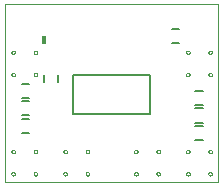
<source format=gbo>
G75*
%MOIN*%
%OFA0B0*%
%FSLAX25Y25*%
%IPPOS*%
%LPD*%
%AMOC8*
5,1,8,0,0,1.08239X$1,22.5*
%
%ADD10C,0.00000*%
%ADD11C,0.00600*%
%ADD12R,0.01600X0.02800*%
%ADD13C,0.00800*%
D10*
X0002452Y0002452D02*
X0002452Y0061507D01*
X0073318Y0061507D01*
X0073318Y0002452D01*
X0002452Y0002452D01*
X0004459Y0005050D02*
X0004461Y0005098D01*
X0004467Y0005146D01*
X0004477Y0005193D01*
X0004490Y0005239D01*
X0004508Y0005284D01*
X0004528Y0005328D01*
X0004553Y0005370D01*
X0004581Y0005409D01*
X0004611Y0005446D01*
X0004645Y0005480D01*
X0004682Y0005512D01*
X0004720Y0005541D01*
X0004761Y0005566D01*
X0004804Y0005588D01*
X0004849Y0005606D01*
X0004895Y0005620D01*
X0004942Y0005631D01*
X0004990Y0005638D01*
X0005038Y0005641D01*
X0005086Y0005640D01*
X0005134Y0005635D01*
X0005182Y0005626D01*
X0005228Y0005614D01*
X0005273Y0005597D01*
X0005317Y0005577D01*
X0005359Y0005554D01*
X0005399Y0005527D01*
X0005437Y0005497D01*
X0005472Y0005464D01*
X0005504Y0005428D01*
X0005534Y0005390D01*
X0005560Y0005349D01*
X0005582Y0005306D01*
X0005602Y0005262D01*
X0005617Y0005217D01*
X0005629Y0005170D01*
X0005637Y0005122D01*
X0005641Y0005074D01*
X0005641Y0005026D01*
X0005637Y0004978D01*
X0005629Y0004930D01*
X0005617Y0004883D01*
X0005602Y0004838D01*
X0005582Y0004794D01*
X0005560Y0004751D01*
X0005534Y0004710D01*
X0005504Y0004672D01*
X0005472Y0004636D01*
X0005437Y0004603D01*
X0005399Y0004573D01*
X0005359Y0004546D01*
X0005317Y0004523D01*
X0005273Y0004503D01*
X0005228Y0004486D01*
X0005182Y0004474D01*
X0005134Y0004465D01*
X0005086Y0004460D01*
X0005038Y0004459D01*
X0004990Y0004462D01*
X0004942Y0004469D01*
X0004895Y0004480D01*
X0004849Y0004494D01*
X0004804Y0004512D01*
X0004761Y0004534D01*
X0004720Y0004559D01*
X0004682Y0004588D01*
X0004645Y0004620D01*
X0004611Y0004654D01*
X0004581Y0004691D01*
X0004553Y0004730D01*
X0004528Y0004772D01*
X0004508Y0004816D01*
X0004490Y0004861D01*
X0004477Y0004907D01*
X0004467Y0004954D01*
X0004461Y0005002D01*
X0004459Y0005050D01*
X0004459Y0012452D02*
X0004461Y0012500D01*
X0004467Y0012548D01*
X0004477Y0012595D01*
X0004490Y0012641D01*
X0004508Y0012686D01*
X0004528Y0012730D01*
X0004553Y0012772D01*
X0004581Y0012811D01*
X0004611Y0012848D01*
X0004645Y0012882D01*
X0004682Y0012914D01*
X0004720Y0012943D01*
X0004761Y0012968D01*
X0004804Y0012990D01*
X0004849Y0013008D01*
X0004895Y0013022D01*
X0004942Y0013033D01*
X0004990Y0013040D01*
X0005038Y0013043D01*
X0005086Y0013042D01*
X0005134Y0013037D01*
X0005182Y0013028D01*
X0005228Y0013016D01*
X0005273Y0012999D01*
X0005317Y0012979D01*
X0005359Y0012956D01*
X0005399Y0012929D01*
X0005437Y0012899D01*
X0005472Y0012866D01*
X0005504Y0012830D01*
X0005534Y0012792D01*
X0005560Y0012751D01*
X0005582Y0012708D01*
X0005602Y0012664D01*
X0005617Y0012619D01*
X0005629Y0012572D01*
X0005637Y0012524D01*
X0005641Y0012476D01*
X0005641Y0012428D01*
X0005637Y0012380D01*
X0005629Y0012332D01*
X0005617Y0012285D01*
X0005602Y0012240D01*
X0005582Y0012196D01*
X0005560Y0012153D01*
X0005534Y0012112D01*
X0005504Y0012074D01*
X0005472Y0012038D01*
X0005437Y0012005D01*
X0005399Y0011975D01*
X0005359Y0011948D01*
X0005317Y0011925D01*
X0005273Y0011905D01*
X0005228Y0011888D01*
X0005182Y0011876D01*
X0005134Y0011867D01*
X0005086Y0011862D01*
X0005038Y0011861D01*
X0004990Y0011864D01*
X0004942Y0011871D01*
X0004895Y0011882D01*
X0004849Y0011896D01*
X0004804Y0011914D01*
X0004761Y0011936D01*
X0004720Y0011961D01*
X0004682Y0011990D01*
X0004645Y0012022D01*
X0004611Y0012056D01*
X0004581Y0012093D01*
X0004553Y0012132D01*
X0004528Y0012174D01*
X0004508Y0012218D01*
X0004490Y0012263D01*
X0004477Y0012309D01*
X0004467Y0012356D01*
X0004461Y0012404D01*
X0004459Y0012452D01*
X0011861Y0012452D02*
X0011863Y0012500D01*
X0011869Y0012548D01*
X0011879Y0012595D01*
X0011892Y0012641D01*
X0011910Y0012686D01*
X0011930Y0012730D01*
X0011955Y0012772D01*
X0011983Y0012811D01*
X0012013Y0012848D01*
X0012047Y0012882D01*
X0012084Y0012914D01*
X0012122Y0012943D01*
X0012163Y0012968D01*
X0012206Y0012990D01*
X0012251Y0013008D01*
X0012297Y0013022D01*
X0012344Y0013033D01*
X0012392Y0013040D01*
X0012440Y0013043D01*
X0012488Y0013042D01*
X0012536Y0013037D01*
X0012584Y0013028D01*
X0012630Y0013016D01*
X0012675Y0012999D01*
X0012719Y0012979D01*
X0012761Y0012956D01*
X0012801Y0012929D01*
X0012839Y0012899D01*
X0012874Y0012866D01*
X0012906Y0012830D01*
X0012936Y0012792D01*
X0012962Y0012751D01*
X0012984Y0012708D01*
X0013004Y0012664D01*
X0013019Y0012619D01*
X0013031Y0012572D01*
X0013039Y0012524D01*
X0013043Y0012476D01*
X0013043Y0012428D01*
X0013039Y0012380D01*
X0013031Y0012332D01*
X0013019Y0012285D01*
X0013004Y0012240D01*
X0012984Y0012196D01*
X0012962Y0012153D01*
X0012936Y0012112D01*
X0012906Y0012074D01*
X0012874Y0012038D01*
X0012839Y0012005D01*
X0012801Y0011975D01*
X0012761Y0011948D01*
X0012719Y0011925D01*
X0012675Y0011905D01*
X0012630Y0011888D01*
X0012584Y0011876D01*
X0012536Y0011867D01*
X0012488Y0011862D01*
X0012440Y0011861D01*
X0012392Y0011864D01*
X0012344Y0011871D01*
X0012297Y0011882D01*
X0012251Y0011896D01*
X0012206Y0011914D01*
X0012163Y0011936D01*
X0012122Y0011961D01*
X0012084Y0011990D01*
X0012047Y0012022D01*
X0012013Y0012056D01*
X0011983Y0012093D01*
X0011955Y0012132D01*
X0011930Y0012174D01*
X0011910Y0012218D01*
X0011892Y0012263D01*
X0011879Y0012309D01*
X0011869Y0012356D01*
X0011863Y0012404D01*
X0011861Y0012452D01*
X0011861Y0005050D02*
X0011863Y0005098D01*
X0011869Y0005146D01*
X0011879Y0005193D01*
X0011892Y0005239D01*
X0011910Y0005284D01*
X0011930Y0005328D01*
X0011955Y0005370D01*
X0011983Y0005409D01*
X0012013Y0005446D01*
X0012047Y0005480D01*
X0012084Y0005512D01*
X0012122Y0005541D01*
X0012163Y0005566D01*
X0012206Y0005588D01*
X0012251Y0005606D01*
X0012297Y0005620D01*
X0012344Y0005631D01*
X0012392Y0005638D01*
X0012440Y0005641D01*
X0012488Y0005640D01*
X0012536Y0005635D01*
X0012584Y0005626D01*
X0012630Y0005614D01*
X0012675Y0005597D01*
X0012719Y0005577D01*
X0012761Y0005554D01*
X0012801Y0005527D01*
X0012839Y0005497D01*
X0012874Y0005464D01*
X0012906Y0005428D01*
X0012936Y0005390D01*
X0012962Y0005349D01*
X0012984Y0005306D01*
X0013004Y0005262D01*
X0013019Y0005217D01*
X0013031Y0005170D01*
X0013039Y0005122D01*
X0013043Y0005074D01*
X0013043Y0005026D01*
X0013039Y0004978D01*
X0013031Y0004930D01*
X0013019Y0004883D01*
X0013004Y0004838D01*
X0012984Y0004794D01*
X0012962Y0004751D01*
X0012936Y0004710D01*
X0012906Y0004672D01*
X0012874Y0004636D01*
X0012839Y0004603D01*
X0012801Y0004573D01*
X0012761Y0004546D01*
X0012719Y0004523D01*
X0012675Y0004503D01*
X0012630Y0004486D01*
X0012584Y0004474D01*
X0012536Y0004465D01*
X0012488Y0004460D01*
X0012440Y0004459D01*
X0012392Y0004462D01*
X0012344Y0004469D01*
X0012297Y0004480D01*
X0012251Y0004494D01*
X0012206Y0004512D01*
X0012163Y0004534D01*
X0012122Y0004559D01*
X0012084Y0004588D01*
X0012047Y0004620D01*
X0012013Y0004654D01*
X0011983Y0004691D01*
X0011955Y0004730D01*
X0011930Y0004772D01*
X0011910Y0004816D01*
X0011892Y0004861D01*
X0011879Y0004907D01*
X0011869Y0004954D01*
X0011863Y0005002D01*
X0011861Y0005050D01*
X0021782Y0005050D02*
X0021784Y0005098D01*
X0021790Y0005146D01*
X0021800Y0005193D01*
X0021813Y0005239D01*
X0021831Y0005284D01*
X0021851Y0005328D01*
X0021876Y0005370D01*
X0021904Y0005409D01*
X0021934Y0005446D01*
X0021968Y0005480D01*
X0022005Y0005512D01*
X0022043Y0005541D01*
X0022084Y0005566D01*
X0022127Y0005588D01*
X0022172Y0005606D01*
X0022218Y0005620D01*
X0022265Y0005631D01*
X0022313Y0005638D01*
X0022361Y0005641D01*
X0022409Y0005640D01*
X0022457Y0005635D01*
X0022505Y0005626D01*
X0022551Y0005614D01*
X0022596Y0005597D01*
X0022640Y0005577D01*
X0022682Y0005554D01*
X0022722Y0005527D01*
X0022760Y0005497D01*
X0022795Y0005464D01*
X0022827Y0005428D01*
X0022857Y0005390D01*
X0022883Y0005349D01*
X0022905Y0005306D01*
X0022925Y0005262D01*
X0022940Y0005217D01*
X0022952Y0005170D01*
X0022960Y0005122D01*
X0022964Y0005074D01*
X0022964Y0005026D01*
X0022960Y0004978D01*
X0022952Y0004930D01*
X0022940Y0004883D01*
X0022925Y0004838D01*
X0022905Y0004794D01*
X0022883Y0004751D01*
X0022857Y0004710D01*
X0022827Y0004672D01*
X0022795Y0004636D01*
X0022760Y0004603D01*
X0022722Y0004573D01*
X0022682Y0004546D01*
X0022640Y0004523D01*
X0022596Y0004503D01*
X0022551Y0004486D01*
X0022505Y0004474D01*
X0022457Y0004465D01*
X0022409Y0004460D01*
X0022361Y0004459D01*
X0022313Y0004462D01*
X0022265Y0004469D01*
X0022218Y0004480D01*
X0022172Y0004494D01*
X0022127Y0004512D01*
X0022084Y0004534D01*
X0022043Y0004559D01*
X0022005Y0004588D01*
X0021968Y0004620D01*
X0021934Y0004654D01*
X0021904Y0004691D01*
X0021876Y0004730D01*
X0021851Y0004772D01*
X0021831Y0004816D01*
X0021813Y0004861D01*
X0021800Y0004907D01*
X0021790Y0004954D01*
X0021784Y0005002D01*
X0021782Y0005050D01*
X0029183Y0005050D02*
X0029185Y0005098D01*
X0029191Y0005146D01*
X0029201Y0005193D01*
X0029214Y0005239D01*
X0029232Y0005284D01*
X0029252Y0005328D01*
X0029277Y0005370D01*
X0029305Y0005409D01*
X0029335Y0005446D01*
X0029369Y0005480D01*
X0029406Y0005512D01*
X0029444Y0005541D01*
X0029485Y0005566D01*
X0029528Y0005588D01*
X0029573Y0005606D01*
X0029619Y0005620D01*
X0029666Y0005631D01*
X0029714Y0005638D01*
X0029762Y0005641D01*
X0029810Y0005640D01*
X0029858Y0005635D01*
X0029906Y0005626D01*
X0029952Y0005614D01*
X0029997Y0005597D01*
X0030041Y0005577D01*
X0030083Y0005554D01*
X0030123Y0005527D01*
X0030161Y0005497D01*
X0030196Y0005464D01*
X0030228Y0005428D01*
X0030258Y0005390D01*
X0030284Y0005349D01*
X0030306Y0005306D01*
X0030326Y0005262D01*
X0030341Y0005217D01*
X0030353Y0005170D01*
X0030361Y0005122D01*
X0030365Y0005074D01*
X0030365Y0005026D01*
X0030361Y0004978D01*
X0030353Y0004930D01*
X0030341Y0004883D01*
X0030326Y0004838D01*
X0030306Y0004794D01*
X0030284Y0004751D01*
X0030258Y0004710D01*
X0030228Y0004672D01*
X0030196Y0004636D01*
X0030161Y0004603D01*
X0030123Y0004573D01*
X0030083Y0004546D01*
X0030041Y0004523D01*
X0029997Y0004503D01*
X0029952Y0004486D01*
X0029906Y0004474D01*
X0029858Y0004465D01*
X0029810Y0004460D01*
X0029762Y0004459D01*
X0029714Y0004462D01*
X0029666Y0004469D01*
X0029619Y0004480D01*
X0029573Y0004494D01*
X0029528Y0004512D01*
X0029485Y0004534D01*
X0029444Y0004559D01*
X0029406Y0004588D01*
X0029369Y0004620D01*
X0029335Y0004654D01*
X0029305Y0004691D01*
X0029277Y0004730D01*
X0029252Y0004772D01*
X0029232Y0004816D01*
X0029214Y0004861D01*
X0029201Y0004907D01*
X0029191Y0004954D01*
X0029185Y0005002D01*
X0029183Y0005050D01*
X0029183Y0012452D02*
X0029185Y0012500D01*
X0029191Y0012548D01*
X0029201Y0012595D01*
X0029214Y0012641D01*
X0029232Y0012686D01*
X0029252Y0012730D01*
X0029277Y0012772D01*
X0029305Y0012811D01*
X0029335Y0012848D01*
X0029369Y0012882D01*
X0029406Y0012914D01*
X0029444Y0012943D01*
X0029485Y0012968D01*
X0029528Y0012990D01*
X0029573Y0013008D01*
X0029619Y0013022D01*
X0029666Y0013033D01*
X0029714Y0013040D01*
X0029762Y0013043D01*
X0029810Y0013042D01*
X0029858Y0013037D01*
X0029906Y0013028D01*
X0029952Y0013016D01*
X0029997Y0012999D01*
X0030041Y0012979D01*
X0030083Y0012956D01*
X0030123Y0012929D01*
X0030161Y0012899D01*
X0030196Y0012866D01*
X0030228Y0012830D01*
X0030258Y0012792D01*
X0030284Y0012751D01*
X0030306Y0012708D01*
X0030326Y0012664D01*
X0030341Y0012619D01*
X0030353Y0012572D01*
X0030361Y0012524D01*
X0030365Y0012476D01*
X0030365Y0012428D01*
X0030361Y0012380D01*
X0030353Y0012332D01*
X0030341Y0012285D01*
X0030326Y0012240D01*
X0030306Y0012196D01*
X0030284Y0012153D01*
X0030258Y0012112D01*
X0030228Y0012074D01*
X0030196Y0012038D01*
X0030161Y0012005D01*
X0030123Y0011975D01*
X0030083Y0011948D01*
X0030041Y0011925D01*
X0029997Y0011905D01*
X0029952Y0011888D01*
X0029906Y0011876D01*
X0029858Y0011867D01*
X0029810Y0011862D01*
X0029762Y0011861D01*
X0029714Y0011864D01*
X0029666Y0011871D01*
X0029619Y0011882D01*
X0029573Y0011896D01*
X0029528Y0011914D01*
X0029485Y0011936D01*
X0029444Y0011961D01*
X0029406Y0011990D01*
X0029369Y0012022D01*
X0029335Y0012056D01*
X0029305Y0012093D01*
X0029277Y0012132D01*
X0029252Y0012174D01*
X0029232Y0012218D01*
X0029214Y0012263D01*
X0029201Y0012309D01*
X0029191Y0012356D01*
X0029185Y0012404D01*
X0029183Y0012452D01*
X0021782Y0012452D02*
X0021784Y0012500D01*
X0021790Y0012548D01*
X0021800Y0012595D01*
X0021813Y0012641D01*
X0021831Y0012686D01*
X0021851Y0012730D01*
X0021876Y0012772D01*
X0021904Y0012811D01*
X0021934Y0012848D01*
X0021968Y0012882D01*
X0022005Y0012914D01*
X0022043Y0012943D01*
X0022084Y0012968D01*
X0022127Y0012990D01*
X0022172Y0013008D01*
X0022218Y0013022D01*
X0022265Y0013033D01*
X0022313Y0013040D01*
X0022361Y0013043D01*
X0022409Y0013042D01*
X0022457Y0013037D01*
X0022505Y0013028D01*
X0022551Y0013016D01*
X0022596Y0012999D01*
X0022640Y0012979D01*
X0022682Y0012956D01*
X0022722Y0012929D01*
X0022760Y0012899D01*
X0022795Y0012866D01*
X0022827Y0012830D01*
X0022857Y0012792D01*
X0022883Y0012751D01*
X0022905Y0012708D01*
X0022925Y0012664D01*
X0022940Y0012619D01*
X0022952Y0012572D01*
X0022960Y0012524D01*
X0022964Y0012476D01*
X0022964Y0012428D01*
X0022960Y0012380D01*
X0022952Y0012332D01*
X0022940Y0012285D01*
X0022925Y0012240D01*
X0022905Y0012196D01*
X0022883Y0012153D01*
X0022857Y0012112D01*
X0022827Y0012074D01*
X0022795Y0012038D01*
X0022760Y0012005D01*
X0022722Y0011975D01*
X0022682Y0011948D01*
X0022640Y0011925D01*
X0022596Y0011905D01*
X0022551Y0011888D01*
X0022505Y0011876D01*
X0022457Y0011867D01*
X0022409Y0011862D01*
X0022361Y0011861D01*
X0022313Y0011864D01*
X0022265Y0011871D01*
X0022218Y0011882D01*
X0022172Y0011896D01*
X0022127Y0011914D01*
X0022084Y0011936D01*
X0022043Y0011961D01*
X0022005Y0011990D01*
X0021968Y0012022D01*
X0021934Y0012056D01*
X0021904Y0012093D01*
X0021876Y0012132D01*
X0021851Y0012174D01*
X0021831Y0012218D01*
X0021813Y0012263D01*
X0021800Y0012309D01*
X0021790Y0012356D01*
X0021784Y0012404D01*
X0021782Y0012452D01*
X0045404Y0012452D02*
X0045406Y0012500D01*
X0045412Y0012548D01*
X0045422Y0012595D01*
X0045435Y0012641D01*
X0045453Y0012686D01*
X0045473Y0012730D01*
X0045498Y0012772D01*
X0045526Y0012811D01*
X0045556Y0012848D01*
X0045590Y0012882D01*
X0045627Y0012914D01*
X0045665Y0012943D01*
X0045706Y0012968D01*
X0045749Y0012990D01*
X0045794Y0013008D01*
X0045840Y0013022D01*
X0045887Y0013033D01*
X0045935Y0013040D01*
X0045983Y0013043D01*
X0046031Y0013042D01*
X0046079Y0013037D01*
X0046127Y0013028D01*
X0046173Y0013016D01*
X0046218Y0012999D01*
X0046262Y0012979D01*
X0046304Y0012956D01*
X0046344Y0012929D01*
X0046382Y0012899D01*
X0046417Y0012866D01*
X0046449Y0012830D01*
X0046479Y0012792D01*
X0046505Y0012751D01*
X0046527Y0012708D01*
X0046547Y0012664D01*
X0046562Y0012619D01*
X0046574Y0012572D01*
X0046582Y0012524D01*
X0046586Y0012476D01*
X0046586Y0012428D01*
X0046582Y0012380D01*
X0046574Y0012332D01*
X0046562Y0012285D01*
X0046547Y0012240D01*
X0046527Y0012196D01*
X0046505Y0012153D01*
X0046479Y0012112D01*
X0046449Y0012074D01*
X0046417Y0012038D01*
X0046382Y0012005D01*
X0046344Y0011975D01*
X0046304Y0011948D01*
X0046262Y0011925D01*
X0046218Y0011905D01*
X0046173Y0011888D01*
X0046127Y0011876D01*
X0046079Y0011867D01*
X0046031Y0011862D01*
X0045983Y0011861D01*
X0045935Y0011864D01*
X0045887Y0011871D01*
X0045840Y0011882D01*
X0045794Y0011896D01*
X0045749Y0011914D01*
X0045706Y0011936D01*
X0045665Y0011961D01*
X0045627Y0011990D01*
X0045590Y0012022D01*
X0045556Y0012056D01*
X0045526Y0012093D01*
X0045498Y0012132D01*
X0045473Y0012174D01*
X0045453Y0012218D01*
X0045435Y0012263D01*
X0045422Y0012309D01*
X0045412Y0012356D01*
X0045406Y0012404D01*
X0045404Y0012452D01*
X0052805Y0012452D02*
X0052807Y0012500D01*
X0052813Y0012548D01*
X0052823Y0012595D01*
X0052836Y0012641D01*
X0052854Y0012686D01*
X0052874Y0012730D01*
X0052899Y0012772D01*
X0052927Y0012811D01*
X0052957Y0012848D01*
X0052991Y0012882D01*
X0053028Y0012914D01*
X0053066Y0012943D01*
X0053107Y0012968D01*
X0053150Y0012990D01*
X0053195Y0013008D01*
X0053241Y0013022D01*
X0053288Y0013033D01*
X0053336Y0013040D01*
X0053384Y0013043D01*
X0053432Y0013042D01*
X0053480Y0013037D01*
X0053528Y0013028D01*
X0053574Y0013016D01*
X0053619Y0012999D01*
X0053663Y0012979D01*
X0053705Y0012956D01*
X0053745Y0012929D01*
X0053783Y0012899D01*
X0053818Y0012866D01*
X0053850Y0012830D01*
X0053880Y0012792D01*
X0053906Y0012751D01*
X0053928Y0012708D01*
X0053948Y0012664D01*
X0053963Y0012619D01*
X0053975Y0012572D01*
X0053983Y0012524D01*
X0053987Y0012476D01*
X0053987Y0012428D01*
X0053983Y0012380D01*
X0053975Y0012332D01*
X0053963Y0012285D01*
X0053948Y0012240D01*
X0053928Y0012196D01*
X0053906Y0012153D01*
X0053880Y0012112D01*
X0053850Y0012074D01*
X0053818Y0012038D01*
X0053783Y0012005D01*
X0053745Y0011975D01*
X0053705Y0011948D01*
X0053663Y0011925D01*
X0053619Y0011905D01*
X0053574Y0011888D01*
X0053528Y0011876D01*
X0053480Y0011867D01*
X0053432Y0011862D01*
X0053384Y0011861D01*
X0053336Y0011864D01*
X0053288Y0011871D01*
X0053241Y0011882D01*
X0053195Y0011896D01*
X0053150Y0011914D01*
X0053107Y0011936D01*
X0053066Y0011961D01*
X0053028Y0011990D01*
X0052991Y0012022D01*
X0052957Y0012056D01*
X0052927Y0012093D01*
X0052899Y0012132D01*
X0052874Y0012174D01*
X0052854Y0012218D01*
X0052836Y0012263D01*
X0052823Y0012309D01*
X0052813Y0012356D01*
X0052807Y0012404D01*
X0052805Y0012452D01*
X0052805Y0005050D02*
X0052807Y0005098D01*
X0052813Y0005146D01*
X0052823Y0005193D01*
X0052836Y0005239D01*
X0052854Y0005284D01*
X0052874Y0005328D01*
X0052899Y0005370D01*
X0052927Y0005409D01*
X0052957Y0005446D01*
X0052991Y0005480D01*
X0053028Y0005512D01*
X0053066Y0005541D01*
X0053107Y0005566D01*
X0053150Y0005588D01*
X0053195Y0005606D01*
X0053241Y0005620D01*
X0053288Y0005631D01*
X0053336Y0005638D01*
X0053384Y0005641D01*
X0053432Y0005640D01*
X0053480Y0005635D01*
X0053528Y0005626D01*
X0053574Y0005614D01*
X0053619Y0005597D01*
X0053663Y0005577D01*
X0053705Y0005554D01*
X0053745Y0005527D01*
X0053783Y0005497D01*
X0053818Y0005464D01*
X0053850Y0005428D01*
X0053880Y0005390D01*
X0053906Y0005349D01*
X0053928Y0005306D01*
X0053948Y0005262D01*
X0053963Y0005217D01*
X0053975Y0005170D01*
X0053983Y0005122D01*
X0053987Y0005074D01*
X0053987Y0005026D01*
X0053983Y0004978D01*
X0053975Y0004930D01*
X0053963Y0004883D01*
X0053948Y0004838D01*
X0053928Y0004794D01*
X0053906Y0004751D01*
X0053880Y0004710D01*
X0053850Y0004672D01*
X0053818Y0004636D01*
X0053783Y0004603D01*
X0053745Y0004573D01*
X0053705Y0004546D01*
X0053663Y0004523D01*
X0053619Y0004503D01*
X0053574Y0004486D01*
X0053528Y0004474D01*
X0053480Y0004465D01*
X0053432Y0004460D01*
X0053384Y0004459D01*
X0053336Y0004462D01*
X0053288Y0004469D01*
X0053241Y0004480D01*
X0053195Y0004494D01*
X0053150Y0004512D01*
X0053107Y0004534D01*
X0053066Y0004559D01*
X0053028Y0004588D01*
X0052991Y0004620D01*
X0052957Y0004654D01*
X0052927Y0004691D01*
X0052899Y0004730D01*
X0052874Y0004772D01*
X0052854Y0004816D01*
X0052836Y0004861D01*
X0052823Y0004907D01*
X0052813Y0004954D01*
X0052807Y0005002D01*
X0052805Y0005050D01*
X0045404Y0005050D02*
X0045406Y0005098D01*
X0045412Y0005146D01*
X0045422Y0005193D01*
X0045435Y0005239D01*
X0045453Y0005284D01*
X0045473Y0005328D01*
X0045498Y0005370D01*
X0045526Y0005409D01*
X0045556Y0005446D01*
X0045590Y0005480D01*
X0045627Y0005512D01*
X0045665Y0005541D01*
X0045706Y0005566D01*
X0045749Y0005588D01*
X0045794Y0005606D01*
X0045840Y0005620D01*
X0045887Y0005631D01*
X0045935Y0005638D01*
X0045983Y0005641D01*
X0046031Y0005640D01*
X0046079Y0005635D01*
X0046127Y0005626D01*
X0046173Y0005614D01*
X0046218Y0005597D01*
X0046262Y0005577D01*
X0046304Y0005554D01*
X0046344Y0005527D01*
X0046382Y0005497D01*
X0046417Y0005464D01*
X0046449Y0005428D01*
X0046479Y0005390D01*
X0046505Y0005349D01*
X0046527Y0005306D01*
X0046547Y0005262D01*
X0046562Y0005217D01*
X0046574Y0005170D01*
X0046582Y0005122D01*
X0046586Y0005074D01*
X0046586Y0005026D01*
X0046582Y0004978D01*
X0046574Y0004930D01*
X0046562Y0004883D01*
X0046547Y0004838D01*
X0046527Y0004794D01*
X0046505Y0004751D01*
X0046479Y0004710D01*
X0046449Y0004672D01*
X0046417Y0004636D01*
X0046382Y0004603D01*
X0046344Y0004573D01*
X0046304Y0004546D01*
X0046262Y0004523D01*
X0046218Y0004503D01*
X0046173Y0004486D01*
X0046127Y0004474D01*
X0046079Y0004465D01*
X0046031Y0004460D01*
X0045983Y0004459D01*
X0045935Y0004462D01*
X0045887Y0004469D01*
X0045840Y0004480D01*
X0045794Y0004494D01*
X0045749Y0004512D01*
X0045706Y0004534D01*
X0045665Y0004559D01*
X0045627Y0004588D01*
X0045590Y0004620D01*
X0045556Y0004654D01*
X0045526Y0004691D01*
X0045498Y0004730D01*
X0045473Y0004772D01*
X0045453Y0004816D01*
X0045435Y0004861D01*
X0045422Y0004907D01*
X0045412Y0004954D01*
X0045406Y0005002D01*
X0045404Y0005050D01*
X0062727Y0005050D02*
X0062729Y0005098D01*
X0062735Y0005146D01*
X0062745Y0005193D01*
X0062758Y0005239D01*
X0062776Y0005284D01*
X0062796Y0005328D01*
X0062821Y0005370D01*
X0062849Y0005409D01*
X0062879Y0005446D01*
X0062913Y0005480D01*
X0062950Y0005512D01*
X0062988Y0005541D01*
X0063029Y0005566D01*
X0063072Y0005588D01*
X0063117Y0005606D01*
X0063163Y0005620D01*
X0063210Y0005631D01*
X0063258Y0005638D01*
X0063306Y0005641D01*
X0063354Y0005640D01*
X0063402Y0005635D01*
X0063450Y0005626D01*
X0063496Y0005614D01*
X0063541Y0005597D01*
X0063585Y0005577D01*
X0063627Y0005554D01*
X0063667Y0005527D01*
X0063705Y0005497D01*
X0063740Y0005464D01*
X0063772Y0005428D01*
X0063802Y0005390D01*
X0063828Y0005349D01*
X0063850Y0005306D01*
X0063870Y0005262D01*
X0063885Y0005217D01*
X0063897Y0005170D01*
X0063905Y0005122D01*
X0063909Y0005074D01*
X0063909Y0005026D01*
X0063905Y0004978D01*
X0063897Y0004930D01*
X0063885Y0004883D01*
X0063870Y0004838D01*
X0063850Y0004794D01*
X0063828Y0004751D01*
X0063802Y0004710D01*
X0063772Y0004672D01*
X0063740Y0004636D01*
X0063705Y0004603D01*
X0063667Y0004573D01*
X0063627Y0004546D01*
X0063585Y0004523D01*
X0063541Y0004503D01*
X0063496Y0004486D01*
X0063450Y0004474D01*
X0063402Y0004465D01*
X0063354Y0004460D01*
X0063306Y0004459D01*
X0063258Y0004462D01*
X0063210Y0004469D01*
X0063163Y0004480D01*
X0063117Y0004494D01*
X0063072Y0004512D01*
X0063029Y0004534D01*
X0062988Y0004559D01*
X0062950Y0004588D01*
X0062913Y0004620D01*
X0062879Y0004654D01*
X0062849Y0004691D01*
X0062821Y0004730D01*
X0062796Y0004772D01*
X0062776Y0004816D01*
X0062758Y0004861D01*
X0062745Y0004907D01*
X0062735Y0004954D01*
X0062729Y0005002D01*
X0062727Y0005050D01*
X0062727Y0012452D02*
X0062729Y0012500D01*
X0062735Y0012548D01*
X0062745Y0012595D01*
X0062758Y0012641D01*
X0062776Y0012686D01*
X0062796Y0012730D01*
X0062821Y0012772D01*
X0062849Y0012811D01*
X0062879Y0012848D01*
X0062913Y0012882D01*
X0062950Y0012914D01*
X0062988Y0012943D01*
X0063029Y0012968D01*
X0063072Y0012990D01*
X0063117Y0013008D01*
X0063163Y0013022D01*
X0063210Y0013033D01*
X0063258Y0013040D01*
X0063306Y0013043D01*
X0063354Y0013042D01*
X0063402Y0013037D01*
X0063450Y0013028D01*
X0063496Y0013016D01*
X0063541Y0012999D01*
X0063585Y0012979D01*
X0063627Y0012956D01*
X0063667Y0012929D01*
X0063705Y0012899D01*
X0063740Y0012866D01*
X0063772Y0012830D01*
X0063802Y0012792D01*
X0063828Y0012751D01*
X0063850Y0012708D01*
X0063870Y0012664D01*
X0063885Y0012619D01*
X0063897Y0012572D01*
X0063905Y0012524D01*
X0063909Y0012476D01*
X0063909Y0012428D01*
X0063905Y0012380D01*
X0063897Y0012332D01*
X0063885Y0012285D01*
X0063870Y0012240D01*
X0063850Y0012196D01*
X0063828Y0012153D01*
X0063802Y0012112D01*
X0063772Y0012074D01*
X0063740Y0012038D01*
X0063705Y0012005D01*
X0063667Y0011975D01*
X0063627Y0011948D01*
X0063585Y0011925D01*
X0063541Y0011905D01*
X0063496Y0011888D01*
X0063450Y0011876D01*
X0063402Y0011867D01*
X0063354Y0011862D01*
X0063306Y0011861D01*
X0063258Y0011864D01*
X0063210Y0011871D01*
X0063163Y0011882D01*
X0063117Y0011896D01*
X0063072Y0011914D01*
X0063029Y0011936D01*
X0062988Y0011961D01*
X0062950Y0011990D01*
X0062913Y0012022D01*
X0062879Y0012056D01*
X0062849Y0012093D01*
X0062821Y0012132D01*
X0062796Y0012174D01*
X0062776Y0012218D01*
X0062758Y0012263D01*
X0062745Y0012309D01*
X0062735Y0012356D01*
X0062729Y0012404D01*
X0062727Y0012452D01*
X0070128Y0012452D02*
X0070130Y0012500D01*
X0070136Y0012548D01*
X0070146Y0012595D01*
X0070159Y0012641D01*
X0070177Y0012686D01*
X0070197Y0012730D01*
X0070222Y0012772D01*
X0070250Y0012811D01*
X0070280Y0012848D01*
X0070314Y0012882D01*
X0070351Y0012914D01*
X0070389Y0012943D01*
X0070430Y0012968D01*
X0070473Y0012990D01*
X0070518Y0013008D01*
X0070564Y0013022D01*
X0070611Y0013033D01*
X0070659Y0013040D01*
X0070707Y0013043D01*
X0070755Y0013042D01*
X0070803Y0013037D01*
X0070851Y0013028D01*
X0070897Y0013016D01*
X0070942Y0012999D01*
X0070986Y0012979D01*
X0071028Y0012956D01*
X0071068Y0012929D01*
X0071106Y0012899D01*
X0071141Y0012866D01*
X0071173Y0012830D01*
X0071203Y0012792D01*
X0071229Y0012751D01*
X0071251Y0012708D01*
X0071271Y0012664D01*
X0071286Y0012619D01*
X0071298Y0012572D01*
X0071306Y0012524D01*
X0071310Y0012476D01*
X0071310Y0012428D01*
X0071306Y0012380D01*
X0071298Y0012332D01*
X0071286Y0012285D01*
X0071271Y0012240D01*
X0071251Y0012196D01*
X0071229Y0012153D01*
X0071203Y0012112D01*
X0071173Y0012074D01*
X0071141Y0012038D01*
X0071106Y0012005D01*
X0071068Y0011975D01*
X0071028Y0011948D01*
X0070986Y0011925D01*
X0070942Y0011905D01*
X0070897Y0011888D01*
X0070851Y0011876D01*
X0070803Y0011867D01*
X0070755Y0011862D01*
X0070707Y0011861D01*
X0070659Y0011864D01*
X0070611Y0011871D01*
X0070564Y0011882D01*
X0070518Y0011896D01*
X0070473Y0011914D01*
X0070430Y0011936D01*
X0070389Y0011961D01*
X0070351Y0011990D01*
X0070314Y0012022D01*
X0070280Y0012056D01*
X0070250Y0012093D01*
X0070222Y0012132D01*
X0070197Y0012174D01*
X0070177Y0012218D01*
X0070159Y0012263D01*
X0070146Y0012309D01*
X0070136Y0012356D01*
X0070130Y0012404D01*
X0070128Y0012452D01*
X0070128Y0005050D02*
X0070130Y0005098D01*
X0070136Y0005146D01*
X0070146Y0005193D01*
X0070159Y0005239D01*
X0070177Y0005284D01*
X0070197Y0005328D01*
X0070222Y0005370D01*
X0070250Y0005409D01*
X0070280Y0005446D01*
X0070314Y0005480D01*
X0070351Y0005512D01*
X0070389Y0005541D01*
X0070430Y0005566D01*
X0070473Y0005588D01*
X0070518Y0005606D01*
X0070564Y0005620D01*
X0070611Y0005631D01*
X0070659Y0005638D01*
X0070707Y0005641D01*
X0070755Y0005640D01*
X0070803Y0005635D01*
X0070851Y0005626D01*
X0070897Y0005614D01*
X0070942Y0005597D01*
X0070986Y0005577D01*
X0071028Y0005554D01*
X0071068Y0005527D01*
X0071106Y0005497D01*
X0071141Y0005464D01*
X0071173Y0005428D01*
X0071203Y0005390D01*
X0071229Y0005349D01*
X0071251Y0005306D01*
X0071271Y0005262D01*
X0071286Y0005217D01*
X0071298Y0005170D01*
X0071306Y0005122D01*
X0071310Y0005074D01*
X0071310Y0005026D01*
X0071306Y0004978D01*
X0071298Y0004930D01*
X0071286Y0004883D01*
X0071271Y0004838D01*
X0071251Y0004794D01*
X0071229Y0004751D01*
X0071203Y0004710D01*
X0071173Y0004672D01*
X0071141Y0004636D01*
X0071106Y0004603D01*
X0071068Y0004573D01*
X0071028Y0004546D01*
X0070986Y0004523D01*
X0070942Y0004503D01*
X0070897Y0004486D01*
X0070851Y0004474D01*
X0070803Y0004465D01*
X0070755Y0004460D01*
X0070707Y0004459D01*
X0070659Y0004462D01*
X0070611Y0004469D01*
X0070564Y0004480D01*
X0070518Y0004494D01*
X0070473Y0004512D01*
X0070430Y0004534D01*
X0070389Y0004559D01*
X0070351Y0004588D01*
X0070314Y0004620D01*
X0070280Y0004654D01*
X0070250Y0004691D01*
X0070222Y0004730D01*
X0070197Y0004772D01*
X0070177Y0004816D01*
X0070159Y0004861D01*
X0070146Y0004907D01*
X0070136Y0004954D01*
X0070130Y0005002D01*
X0070128Y0005050D01*
X0070128Y0038121D02*
X0070130Y0038169D01*
X0070136Y0038217D01*
X0070146Y0038264D01*
X0070159Y0038310D01*
X0070177Y0038355D01*
X0070197Y0038399D01*
X0070222Y0038441D01*
X0070250Y0038480D01*
X0070280Y0038517D01*
X0070314Y0038551D01*
X0070351Y0038583D01*
X0070389Y0038612D01*
X0070430Y0038637D01*
X0070473Y0038659D01*
X0070518Y0038677D01*
X0070564Y0038691D01*
X0070611Y0038702D01*
X0070659Y0038709D01*
X0070707Y0038712D01*
X0070755Y0038711D01*
X0070803Y0038706D01*
X0070851Y0038697D01*
X0070897Y0038685D01*
X0070942Y0038668D01*
X0070986Y0038648D01*
X0071028Y0038625D01*
X0071068Y0038598D01*
X0071106Y0038568D01*
X0071141Y0038535D01*
X0071173Y0038499D01*
X0071203Y0038461D01*
X0071229Y0038420D01*
X0071251Y0038377D01*
X0071271Y0038333D01*
X0071286Y0038288D01*
X0071298Y0038241D01*
X0071306Y0038193D01*
X0071310Y0038145D01*
X0071310Y0038097D01*
X0071306Y0038049D01*
X0071298Y0038001D01*
X0071286Y0037954D01*
X0071271Y0037909D01*
X0071251Y0037865D01*
X0071229Y0037822D01*
X0071203Y0037781D01*
X0071173Y0037743D01*
X0071141Y0037707D01*
X0071106Y0037674D01*
X0071068Y0037644D01*
X0071028Y0037617D01*
X0070986Y0037594D01*
X0070942Y0037574D01*
X0070897Y0037557D01*
X0070851Y0037545D01*
X0070803Y0037536D01*
X0070755Y0037531D01*
X0070707Y0037530D01*
X0070659Y0037533D01*
X0070611Y0037540D01*
X0070564Y0037551D01*
X0070518Y0037565D01*
X0070473Y0037583D01*
X0070430Y0037605D01*
X0070389Y0037630D01*
X0070351Y0037659D01*
X0070314Y0037691D01*
X0070280Y0037725D01*
X0070250Y0037762D01*
X0070222Y0037801D01*
X0070197Y0037843D01*
X0070177Y0037887D01*
X0070159Y0037932D01*
X0070146Y0037978D01*
X0070136Y0038025D01*
X0070130Y0038073D01*
X0070128Y0038121D01*
X0062727Y0038121D02*
X0062729Y0038169D01*
X0062735Y0038217D01*
X0062745Y0038264D01*
X0062758Y0038310D01*
X0062776Y0038355D01*
X0062796Y0038399D01*
X0062821Y0038441D01*
X0062849Y0038480D01*
X0062879Y0038517D01*
X0062913Y0038551D01*
X0062950Y0038583D01*
X0062988Y0038612D01*
X0063029Y0038637D01*
X0063072Y0038659D01*
X0063117Y0038677D01*
X0063163Y0038691D01*
X0063210Y0038702D01*
X0063258Y0038709D01*
X0063306Y0038712D01*
X0063354Y0038711D01*
X0063402Y0038706D01*
X0063450Y0038697D01*
X0063496Y0038685D01*
X0063541Y0038668D01*
X0063585Y0038648D01*
X0063627Y0038625D01*
X0063667Y0038598D01*
X0063705Y0038568D01*
X0063740Y0038535D01*
X0063772Y0038499D01*
X0063802Y0038461D01*
X0063828Y0038420D01*
X0063850Y0038377D01*
X0063870Y0038333D01*
X0063885Y0038288D01*
X0063897Y0038241D01*
X0063905Y0038193D01*
X0063909Y0038145D01*
X0063909Y0038097D01*
X0063905Y0038049D01*
X0063897Y0038001D01*
X0063885Y0037954D01*
X0063870Y0037909D01*
X0063850Y0037865D01*
X0063828Y0037822D01*
X0063802Y0037781D01*
X0063772Y0037743D01*
X0063740Y0037707D01*
X0063705Y0037674D01*
X0063667Y0037644D01*
X0063627Y0037617D01*
X0063585Y0037594D01*
X0063541Y0037574D01*
X0063496Y0037557D01*
X0063450Y0037545D01*
X0063402Y0037536D01*
X0063354Y0037531D01*
X0063306Y0037530D01*
X0063258Y0037533D01*
X0063210Y0037540D01*
X0063163Y0037551D01*
X0063117Y0037565D01*
X0063072Y0037583D01*
X0063029Y0037605D01*
X0062988Y0037630D01*
X0062950Y0037659D01*
X0062913Y0037691D01*
X0062879Y0037725D01*
X0062849Y0037762D01*
X0062821Y0037801D01*
X0062796Y0037843D01*
X0062776Y0037887D01*
X0062758Y0037932D01*
X0062745Y0037978D01*
X0062735Y0038025D01*
X0062729Y0038073D01*
X0062727Y0038121D01*
X0062727Y0045522D02*
X0062729Y0045570D01*
X0062735Y0045618D01*
X0062745Y0045665D01*
X0062758Y0045711D01*
X0062776Y0045756D01*
X0062796Y0045800D01*
X0062821Y0045842D01*
X0062849Y0045881D01*
X0062879Y0045918D01*
X0062913Y0045952D01*
X0062950Y0045984D01*
X0062988Y0046013D01*
X0063029Y0046038D01*
X0063072Y0046060D01*
X0063117Y0046078D01*
X0063163Y0046092D01*
X0063210Y0046103D01*
X0063258Y0046110D01*
X0063306Y0046113D01*
X0063354Y0046112D01*
X0063402Y0046107D01*
X0063450Y0046098D01*
X0063496Y0046086D01*
X0063541Y0046069D01*
X0063585Y0046049D01*
X0063627Y0046026D01*
X0063667Y0045999D01*
X0063705Y0045969D01*
X0063740Y0045936D01*
X0063772Y0045900D01*
X0063802Y0045862D01*
X0063828Y0045821D01*
X0063850Y0045778D01*
X0063870Y0045734D01*
X0063885Y0045689D01*
X0063897Y0045642D01*
X0063905Y0045594D01*
X0063909Y0045546D01*
X0063909Y0045498D01*
X0063905Y0045450D01*
X0063897Y0045402D01*
X0063885Y0045355D01*
X0063870Y0045310D01*
X0063850Y0045266D01*
X0063828Y0045223D01*
X0063802Y0045182D01*
X0063772Y0045144D01*
X0063740Y0045108D01*
X0063705Y0045075D01*
X0063667Y0045045D01*
X0063627Y0045018D01*
X0063585Y0044995D01*
X0063541Y0044975D01*
X0063496Y0044958D01*
X0063450Y0044946D01*
X0063402Y0044937D01*
X0063354Y0044932D01*
X0063306Y0044931D01*
X0063258Y0044934D01*
X0063210Y0044941D01*
X0063163Y0044952D01*
X0063117Y0044966D01*
X0063072Y0044984D01*
X0063029Y0045006D01*
X0062988Y0045031D01*
X0062950Y0045060D01*
X0062913Y0045092D01*
X0062879Y0045126D01*
X0062849Y0045163D01*
X0062821Y0045202D01*
X0062796Y0045244D01*
X0062776Y0045288D01*
X0062758Y0045333D01*
X0062745Y0045379D01*
X0062735Y0045426D01*
X0062729Y0045474D01*
X0062727Y0045522D01*
X0070128Y0045522D02*
X0070130Y0045570D01*
X0070136Y0045618D01*
X0070146Y0045665D01*
X0070159Y0045711D01*
X0070177Y0045756D01*
X0070197Y0045800D01*
X0070222Y0045842D01*
X0070250Y0045881D01*
X0070280Y0045918D01*
X0070314Y0045952D01*
X0070351Y0045984D01*
X0070389Y0046013D01*
X0070430Y0046038D01*
X0070473Y0046060D01*
X0070518Y0046078D01*
X0070564Y0046092D01*
X0070611Y0046103D01*
X0070659Y0046110D01*
X0070707Y0046113D01*
X0070755Y0046112D01*
X0070803Y0046107D01*
X0070851Y0046098D01*
X0070897Y0046086D01*
X0070942Y0046069D01*
X0070986Y0046049D01*
X0071028Y0046026D01*
X0071068Y0045999D01*
X0071106Y0045969D01*
X0071141Y0045936D01*
X0071173Y0045900D01*
X0071203Y0045862D01*
X0071229Y0045821D01*
X0071251Y0045778D01*
X0071271Y0045734D01*
X0071286Y0045689D01*
X0071298Y0045642D01*
X0071306Y0045594D01*
X0071310Y0045546D01*
X0071310Y0045498D01*
X0071306Y0045450D01*
X0071298Y0045402D01*
X0071286Y0045355D01*
X0071271Y0045310D01*
X0071251Y0045266D01*
X0071229Y0045223D01*
X0071203Y0045182D01*
X0071173Y0045144D01*
X0071141Y0045108D01*
X0071106Y0045075D01*
X0071068Y0045045D01*
X0071028Y0045018D01*
X0070986Y0044995D01*
X0070942Y0044975D01*
X0070897Y0044958D01*
X0070851Y0044946D01*
X0070803Y0044937D01*
X0070755Y0044932D01*
X0070707Y0044931D01*
X0070659Y0044934D01*
X0070611Y0044941D01*
X0070564Y0044952D01*
X0070518Y0044966D01*
X0070473Y0044984D01*
X0070430Y0045006D01*
X0070389Y0045031D01*
X0070351Y0045060D01*
X0070314Y0045092D01*
X0070280Y0045126D01*
X0070250Y0045163D01*
X0070222Y0045202D01*
X0070197Y0045244D01*
X0070177Y0045288D01*
X0070159Y0045333D01*
X0070146Y0045379D01*
X0070136Y0045426D01*
X0070130Y0045474D01*
X0070128Y0045522D01*
X0011861Y0045522D02*
X0011863Y0045570D01*
X0011869Y0045618D01*
X0011879Y0045665D01*
X0011892Y0045711D01*
X0011910Y0045756D01*
X0011930Y0045800D01*
X0011955Y0045842D01*
X0011983Y0045881D01*
X0012013Y0045918D01*
X0012047Y0045952D01*
X0012084Y0045984D01*
X0012122Y0046013D01*
X0012163Y0046038D01*
X0012206Y0046060D01*
X0012251Y0046078D01*
X0012297Y0046092D01*
X0012344Y0046103D01*
X0012392Y0046110D01*
X0012440Y0046113D01*
X0012488Y0046112D01*
X0012536Y0046107D01*
X0012584Y0046098D01*
X0012630Y0046086D01*
X0012675Y0046069D01*
X0012719Y0046049D01*
X0012761Y0046026D01*
X0012801Y0045999D01*
X0012839Y0045969D01*
X0012874Y0045936D01*
X0012906Y0045900D01*
X0012936Y0045862D01*
X0012962Y0045821D01*
X0012984Y0045778D01*
X0013004Y0045734D01*
X0013019Y0045689D01*
X0013031Y0045642D01*
X0013039Y0045594D01*
X0013043Y0045546D01*
X0013043Y0045498D01*
X0013039Y0045450D01*
X0013031Y0045402D01*
X0013019Y0045355D01*
X0013004Y0045310D01*
X0012984Y0045266D01*
X0012962Y0045223D01*
X0012936Y0045182D01*
X0012906Y0045144D01*
X0012874Y0045108D01*
X0012839Y0045075D01*
X0012801Y0045045D01*
X0012761Y0045018D01*
X0012719Y0044995D01*
X0012675Y0044975D01*
X0012630Y0044958D01*
X0012584Y0044946D01*
X0012536Y0044937D01*
X0012488Y0044932D01*
X0012440Y0044931D01*
X0012392Y0044934D01*
X0012344Y0044941D01*
X0012297Y0044952D01*
X0012251Y0044966D01*
X0012206Y0044984D01*
X0012163Y0045006D01*
X0012122Y0045031D01*
X0012084Y0045060D01*
X0012047Y0045092D01*
X0012013Y0045126D01*
X0011983Y0045163D01*
X0011955Y0045202D01*
X0011930Y0045244D01*
X0011910Y0045288D01*
X0011892Y0045333D01*
X0011879Y0045379D01*
X0011869Y0045426D01*
X0011863Y0045474D01*
X0011861Y0045522D01*
X0004459Y0045522D02*
X0004461Y0045570D01*
X0004467Y0045618D01*
X0004477Y0045665D01*
X0004490Y0045711D01*
X0004508Y0045756D01*
X0004528Y0045800D01*
X0004553Y0045842D01*
X0004581Y0045881D01*
X0004611Y0045918D01*
X0004645Y0045952D01*
X0004682Y0045984D01*
X0004720Y0046013D01*
X0004761Y0046038D01*
X0004804Y0046060D01*
X0004849Y0046078D01*
X0004895Y0046092D01*
X0004942Y0046103D01*
X0004990Y0046110D01*
X0005038Y0046113D01*
X0005086Y0046112D01*
X0005134Y0046107D01*
X0005182Y0046098D01*
X0005228Y0046086D01*
X0005273Y0046069D01*
X0005317Y0046049D01*
X0005359Y0046026D01*
X0005399Y0045999D01*
X0005437Y0045969D01*
X0005472Y0045936D01*
X0005504Y0045900D01*
X0005534Y0045862D01*
X0005560Y0045821D01*
X0005582Y0045778D01*
X0005602Y0045734D01*
X0005617Y0045689D01*
X0005629Y0045642D01*
X0005637Y0045594D01*
X0005641Y0045546D01*
X0005641Y0045498D01*
X0005637Y0045450D01*
X0005629Y0045402D01*
X0005617Y0045355D01*
X0005602Y0045310D01*
X0005582Y0045266D01*
X0005560Y0045223D01*
X0005534Y0045182D01*
X0005504Y0045144D01*
X0005472Y0045108D01*
X0005437Y0045075D01*
X0005399Y0045045D01*
X0005359Y0045018D01*
X0005317Y0044995D01*
X0005273Y0044975D01*
X0005228Y0044958D01*
X0005182Y0044946D01*
X0005134Y0044937D01*
X0005086Y0044932D01*
X0005038Y0044931D01*
X0004990Y0044934D01*
X0004942Y0044941D01*
X0004895Y0044952D01*
X0004849Y0044966D01*
X0004804Y0044984D01*
X0004761Y0045006D01*
X0004720Y0045031D01*
X0004682Y0045060D01*
X0004645Y0045092D01*
X0004611Y0045126D01*
X0004581Y0045163D01*
X0004553Y0045202D01*
X0004528Y0045244D01*
X0004508Y0045288D01*
X0004490Y0045333D01*
X0004477Y0045379D01*
X0004467Y0045426D01*
X0004461Y0045474D01*
X0004459Y0045522D01*
X0004459Y0038121D02*
X0004461Y0038169D01*
X0004467Y0038217D01*
X0004477Y0038264D01*
X0004490Y0038310D01*
X0004508Y0038355D01*
X0004528Y0038399D01*
X0004553Y0038441D01*
X0004581Y0038480D01*
X0004611Y0038517D01*
X0004645Y0038551D01*
X0004682Y0038583D01*
X0004720Y0038612D01*
X0004761Y0038637D01*
X0004804Y0038659D01*
X0004849Y0038677D01*
X0004895Y0038691D01*
X0004942Y0038702D01*
X0004990Y0038709D01*
X0005038Y0038712D01*
X0005086Y0038711D01*
X0005134Y0038706D01*
X0005182Y0038697D01*
X0005228Y0038685D01*
X0005273Y0038668D01*
X0005317Y0038648D01*
X0005359Y0038625D01*
X0005399Y0038598D01*
X0005437Y0038568D01*
X0005472Y0038535D01*
X0005504Y0038499D01*
X0005534Y0038461D01*
X0005560Y0038420D01*
X0005582Y0038377D01*
X0005602Y0038333D01*
X0005617Y0038288D01*
X0005629Y0038241D01*
X0005637Y0038193D01*
X0005641Y0038145D01*
X0005641Y0038097D01*
X0005637Y0038049D01*
X0005629Y0038001D01*
X0005617Y0037954D01*
X0005602Y0037909D01*
X0005582Y0037865D01*
X0005560Y0037822D01*
X0005534Y0037781D01*
X0005504Y0037743D01*
X0005472Y0037707D01*
X0005437Y0037674D01*
X0005399Y0037644D01*
X0005359Y0037617D01*
X0005317Y0037594D01*
X0005273Y0037574D01*
X0005228Y0037557D01*
X0005182Y0037545D01*
X0005134Y0037536D01*
X0005086Y0037531D01*
X0005038Y0037530D01*
X0004990Y0037533D01*
X0004942Y0037540D01*
X0004895Y0037551D01*
X0004849Y0037565D01*
X0004804Y0037583D01*
X0004761Y0037605D01*
X0004720Y0037630D01*
X0004682Y0037659D01*
X0004645Y0037691D01*
X0004611Y0037725D01*
X0004581Y0037762D01*
X0004553Y0037801D01*
X0004528Y0037843D01*
X0004508Y0037887D01*
X0004490Y0037932D01*
X0004477Y0037978D01*
X0004467Y0038025D01*
X0004461Y0038073D01*
X0004459Y0038121D01*
X0011861Y0038121D02*
X0011863Y0038169D01*
X0011869Y0038217D01*
X0011879Y0038264D01*
X0011892Y0038310D01*
X0011910Y0038355D01*
X0011930Y0038399D01*
X0011955Y0038441D01*
X0011983Y0038480D01*
X0012013Y0038517D01*
X0012047Y0038551D01*
X0012084Y0038583D01*
X0012122Y0038612D01*
X0012163Y0038637D01*
X0012206Y0038659D01*
X0012251Y0038677D01*
X0012297Y0038691D01*
X0012344Y0038702D01*
X0012392Y0038709D01*
X0012440Y0038712D01*
X0012488Y0038711D01*
X0012536Y0038706D01*
X0012584Y0038697D01*
X0012630Y0038685D01*
X0012675Y0038668D01*
X0012719Y0038648D01*
X0012761Y0038625D01*
X0012801Y0038598D01*
X0012839Y0038568D01*
X0012874Y0038535D01*
X0012906Y0038499D01*
X0012936Y0038461D01*
X0012962Y0038420D01*
X0012984Y0038377D01*
X0013004Y0038333D01*
X0013019Y0038288D01*
X0013031Y0038241D01*
X0013039Y0038193D01*
X0013043Y0038145D01*
X0013043Y0038097D01*
X0013039Y0038049D01*
X0013031Y0038001D01*
X0013019Y0037954D01*
X0013004Y0037909D01*
X0012984Y0037865D01*
X0012962Y0037822D01*
X0012936Y0037781D01*
X0012906Y0037743D01*
X0012874Y0037707D01*
X0012839Y0037674D01*
X0012801Y0037644D01*
X0012761Y0037617D01*
X0012719Y0037594D01*
X0012675Y0037574D01*
X0012630Y0037557D01*
X0012584Y0037545D01*
X0012536Y0037536D01*
X0012488Y0037531D01*
X0012440Y0037530D01*
X0012392Y0037533D01*
X0012344Y0037540D01*
X0012297Y0037551D01*
X0012251Y0037565D01*
X0012206Y0037583D01*
X0012163Y0037605D01*
X0012122Y0037630D01*
X0012084Y0037659D01*
X0012047Y0037691D01*
X0012013Y0037725D01*
X0011983Y0037762D01*
X0011955Y0037801D01*
X0011930Y0037843D01*
X0011910Y0037887D01*
X0011892Y0037932D01*
X0011879Y0037978D01*
X0011869Y0038025D01*
X0011863Y0038073D01*
X0011861Y0038121D01*
D11*
X0010326Y0035129D02*
X0007963Y0035129D01*
X0007963Y0030404D02*
X0010326Y0030404D01*
X0010326Y0029223D02*
X0007963Y0029223D01*
X0007963Y0024499D02*
X0010326Y0024499D01*
X0010326Y0023318D02*
X0007963Y0023318D01*
X0007963Y0018593D02*
X0010326Y0018593D01*
X0015444Y0035522D02*
X0015444Y0037885D01*
X0020168Y0037885D02*
X0020168Y0035522D01*
X0058042Y0048515D02*
X0060404Y0048515D01*
X0060404Y0053239D02*
X0058042Y0053239D01*
X0065837Y0032767D02*
X0068200Y0032767D01*
X0068200Y0028042D02*
X0065837Y0028042D01*
X0065837Y0026861D02*
X0068200Y0026861D01*
X0068200Y0022137D02*
X0065837Y0022137D01*
X0065837Y0020956D02*
X0068200Y0020956D01*
X0068200Y0016231D02*
X0065837Y0016231D01*
D12*
X0015444Y0049696D03*
D13*
X0024985Y0038085D02*
X0050785Y0038085D01*
X0050785Y0025085D01*
X0024985Y0025085D01*
X0024985Y0038085D01*
M02*

</source>
